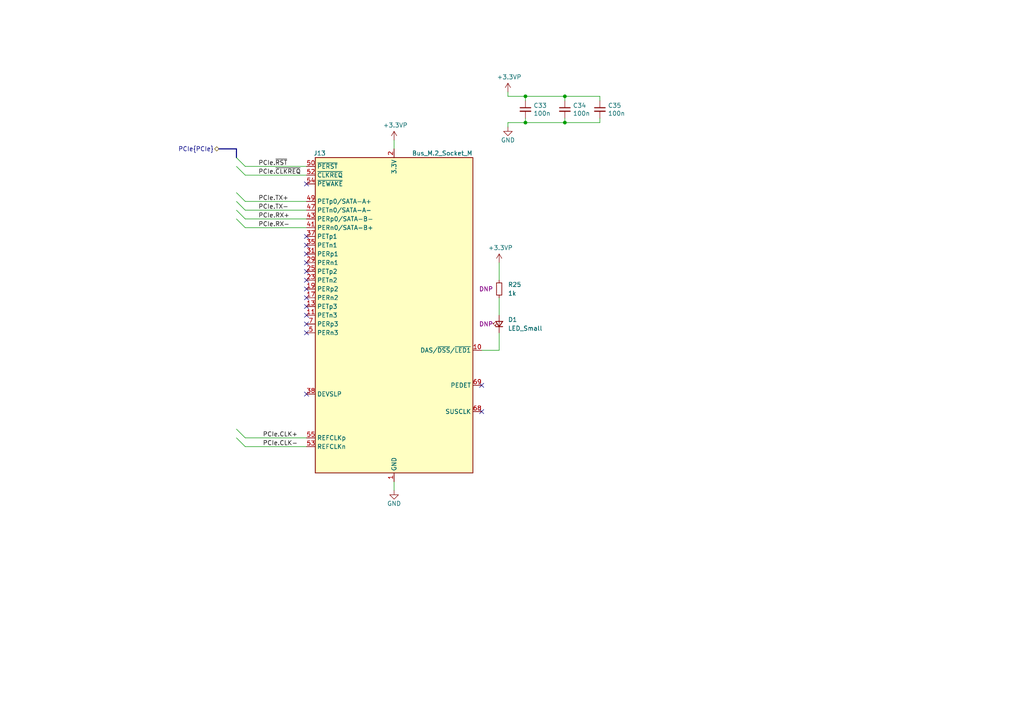
<source format=kicad_sch>
(kicad_sch (version 20210406) (generator eeschema)
  (paper "A4")
  (title_block (date "2021-01-12") (rev "0.1") (company "Nabu Casa") (comment 1 "www.nabucasa.com") (comment 2 "Light Blue"))
  (lib_symbols
    (symbol "Connector:Bus_M.2_Socket_M"
      (property "Reference" "J" (at -22.86 46.99 0))
      (property "Value" "Bus_M.2_Socket_M" (at 16.51 46.99 0))
      (symbol "Bus_M.2_Socket_M_0_1"
        (rectangle (start -22.86 45.72) (end 22.86 -45.72) (stroke (width 0.254)) (fill (type background)))
      )
      (symbol "Bus_M.2_Socket_M_1_1"
        (pin power_in line (at 0 -48.26 90) (length 2.54) (name "GND") (number "1"))
        (pin bidirectional line (at 25.4 -10.16 180) (length 2.54) (name "DAS/~DSS~/~LED1") (number "10"))
        (pin output line (at -25.4 0 0) (length 2.54) (name "PETn3") (number "11"))
        (pin passive line (at 0 48.26 270) (length 2.54) hide (name "3.3V") (number "12"))
        (pin output line (at -25.4 2.54 0) (length 2.54) (name "PETp3") (number "13"))
        (pin passive line (at 0 48.26 270) (length 2.54) hide (name "3.3V") (number "14"))
        (pin passive line (at 0 -48.26 90) (length 2.54) hide (name "GND") (number "15"))
        (pin passive line (at 0 48.26 270) (length 2.54) hide (name "3.3V") (number "16"))
        (pin input line (at -25.4 5.08 0) (length 2.54) (name "PERn2") (number "17"))
        (pin passive line (at 0 48.26 270) (length 2.54) hide (name "3.3V") (number "18"))
        (pin input line (at -25.4 7.62 0) (length 2.54) (name "PERp2") (number "19"))
        (pin power_in line (at 0 48.26 270) (length 2.54) (name "3.3V") (number "2"))
        (pin no_connect line (at 22.86 2.54 180) (length 2.54) hide (name "NC") (number "20"))
        (pin passive line (at 0 -48.26 90) (length 2.54) hide (name "GND") (number "21"))
        (pin no_connect line (at 22.86 5.08 180) (length 2.54) hide (name "NC") (number "22"))
        (pin output line (at -25.4 10.16 0) (length 2.54) (name "PETn2") (number "23"))
        (pin no_connect line (at 22.86 7.62 180) (length 2.54) hide (name "NC") (number "24"))
        (pin output line (at -25.4 12.7 0) (length 2.54) (name "PETp2") (number "25"))
        (pin no_connect line (at 22.86 10.16 180) (length 2.54) hide (name "NC") (number "26"))
        (pin passive line (at 0 -48.26 90) (length 2.54) hide (name "GND") (number "27"))
        (pin no_connect line (at 22.86 12.7 180) (length 2.54) hide (name "NC") (number "28"))
        (pin input line (at -25.4 15.24 0) (length 2.54) (name "PERn1") (number "29"))
        (pin passive line (at 0 -48.26 90) (length 2.54) hide (name "GND") (number "3"))
        (pin no_connect line (at 22.86 15.24 180) (length 2.54) hide (name "NC") (number "30"))
        (pin input line (at -25.4 17.78 0) (length 2.54) (name "PERp1") (number "31"))
        (pin no_connect line (at 22.86 17.78 180) (length 2.54) hide (name "NC") (number "32"))
        (pin passive line (at 0 -48.26 90) (length 2.54) hide (name "GND") (number "33"))
        (pin no_connect line (at 22.86 20.32 180) (length 2.54) hide (name "NC") (number "34"))
        (pin output line (at -25.4 20.32 0) (length 2.54) (name "PETn1") (number "35"))
        (pin no_connect line (at 22.86 22.86 180) (length 2.54) hide (name "NC") (number "36"))
        (pin output line (at -25.4 22.86 0) (length 2.54) (name "PETp1") (number "37"))
        (pin output line (at -25.4 -22.86 0) (length 2.54) (name "DEVSLP") (number "38"))
        (pin passive line (at 0 -48.26 90) (length 2.54) hide (name "GND") (number "39"))
        (pin passive line (at 0 48.26 270) (length 2.54) hide (name "3.3V") (number "4"))
        (pin no_connect line (at 22.86 25.4 180) (length 2.54) hide (name "NC") (number "40"))
        (pin input line (at -25.4 25.4 0) (length 2.54) (name "PERn0/SATA-B+") (number "41"))
        (pin no_connect line (at 22.86 27.94 180) (length 2.54) hide (name "NC") (number "42"))
        (pin input line (at -25.4 27.94 0) (length 2.54) (name "PERp0/SATA-B-") (number "43"))
        (pin no_connect line (at 22.86 30.48 180) (length 2.54) hide (name "NC") (number "44"))
        (pin passive line (at 0 -48.26 90) (length 2.54) hide (name "GND") (number "45"))
        (pin no_connect line (at 22.86 33.02 180) (length 2.54) hide (name "NC") (number "46"))
        (pin output line (at -25.4 30.48 0) (length 2.54) (name "PETn0/SATA-A-") (number "47"))
        (pin no_connect line (at 22.86 35.56 180) (length 2.54) hide (name "NC") (number "48"))
        (pin output line (at -25.4 33.02 0) (length 2.54) (name "PETp0/SATA-A+") (number "49"))
        (pin input line (at -25.4 -5.08 0) (length 2.54) (name "PERn3") (number "5"))
        (pin output line (at -25.4 43.18 0) (length 2.54) (name "~PERST") (number "50"))
        (pin passive line (at 0 -48.26 90) (length 2.54) hide (name "GND") (number "51"))
        (pin bidirectional line (at -25.4 40.64 0) (length 2.54) (name "~CLKREQ") (number "52"))
        (pin output line (at -25.4 -38.1 0) (length 2.54) (name "REFCLKn") (number "53"))
        (pin bidirectional line (at -25.4 38.1 0) (length 2.54) (name "~PEWAKE") (number "54"))
        (pin output line (at -25.4 -35.56 0) (length 2.54) (name "REFCLKp") (number "55"))
        (pin no_connect line (at 22.86 38.1 180) (length 2.54) hide (name "NC") (number "56"))
        (pin passive line (at 0 -48.26 90) (length 2.54) hide (name "GND") (number "57"))
        (pin no_connect line (at 22.86 40.64 180) (length 2.54) hide (name "NC") (number "58"))
        (pin no_connect line (at 22.86 -2.54 180) (length 2.54) hide (name "NC") (number "6"))
        (pin no_connect line (at 22.86 -5.08 180) (length 2.54) hide (name "NC") (number "67"))
        (pin output line (at 25.4 -27.94 180) (length 2.54) (name "SUSCLK") (number "68"))
        (pin passive line (at 25.4 -20.32 180) (length 2.54) (name "PEDET") (number "69"))
        (pin input line (at -25.4 -2.54 0) (length 2.54) (name "PERp3") (number "7"))
        (pin passive line (at 0 48.26 270) (length 2.54) hide (name "3.3V") (number "70"))
        (pin passive line (at 0 -48.26 90) (length 2.54) hide (name "GND") (number "71"))
        (pin passive line (at 0 48.26 270) (length 2.54) hide (name "3.3V") (number "72"))
        (pin passive line (at 0 -48.26 90) (length 2.54) hide (name "GND") (number "73"))
        (pin passive line (at 0 48.26 270) (length 2.54) hide (name "3.3V") (number "74"))
        (pin passive line (at 0 -48.26 90) (length 2.54) hide (name "GND") (number "75"))
        (pin no_connect line (at 22.86 0 180) (length 2.54) hide (name "NC") (number "8"))
        (pin passive line (at 0 -48.26 90) (length 2.54) hide (name "GND") (number "9"))
      )
    )
    (symbol "Device:C_Small" (pin_numbers hide) (pin_names (offset 0.254) hide)
      (property "Reference" "C" (at 0.254 1.778 0))
      (property "Value" "C_Small" (at 0.254 -2.032 0))
      (symbol "C_Small_0_1"
        (polyline (pts (xy -1.524 -0.508) (xy 1.524 -0.508)) (stroke (width 0.3302)))
        (polyline (pts (xy -1.524 0.508) (xy 1.524 0.508)) (stroke (width 0.3048)))
      )
      (symbol "C_Small_1_1"
        (pin passive line (at 0 2.54 270) (length 2.032) (name "~") (number "1"))
        (pin passive line (at 0 -2.54 90) (length 2.032) (name "~") (number "2"))
      )
    )
    (symbol "Device:LED_Small" (pin_numbers hide) (pin_names (offset 0.254) hide)
      (property "Reference" "D" (at -1.27 3.175 0))
      (property "Value" "LED_Small" (at -4.445 -2.54 0))
      (symbol "LED_Small_0_1"
        (polyline (pts (xy -0.762 -1.016) (xy -0.762 1.016)) (stroke (width 0.254)))
        (polyline (pts (xy 1.016 0) (xy -0.762 0)))
        (polyline (pts (xy 0.762 -1.016) (xy -0.762 0) (xy 0.762 1.016) (xy 0.762 -1.016)) (stroke (width 0.254)))
        (polyline (pts (xy 0 0.762) (xy -0.508 1.27) (xy -0.254 1.27) (xy -0.508 1.27) (xy -0.508 1.016)))
        (polyline (pts (xy 0.508 1.27) (xy 0 1.778) (xy 0.254 1.778) (xy 0 1.778) (xy 0 1.524)))
      )
      (symbol "LED_Small_1_1"
        (pin passive line (at -2.54 0 0) (length 1.778) (name "K") (number "1"))
        (pin passive line (at 2.54 0 180) (length 1.778) (name "A") (number "2"))
      )
    )
    (symbol "Device:R_Small" (pin_numbers hide) (pin_names (offset 0.254) hide)
      (property "Reference" "R" (at 0.762 0.508 0))
      (property "Value" "R_Small" (at 0.762 -1.016 0))
      (symbol "R_Small_0_1"
        (rectangle (start -0.762 1.778) (end 0.762 -1.778) (stroke (width 0.2032)))
      )
      (symbol "R_Small_1_1"
        (pin passive line (at 0 2.54 270) (length 0.762) (name "~") (number "1"))
        (pin passive line (at 0 -2.54 90) (length 0.762) (name "~") (number "2"))
      )
    )
    (symbol "power:+3.3VP" (power) (pin_names (offset 0))
      (property "Value" "+3.3VP" (at 0 2.54 0))
      (symbol "+3.3VP_0_0"
        (pin power_in line (at 0 0 90) (length 0) hide (name "+3.3VP") (number "1"))
      )
      (symbol "+3.3VP_0_1"
        (polyline (pts (xy -0.762 1.27) (xy 0 2.54)))
        (polyline (pts (xy 0 0) (xy 0 2.54)))
        (polyline (pts (xy 0 2.54) (xy 0.762 1.27)))
      )
    )
    (symbol "power:GND" (power) (pin_names (offset 0))
      (property "Value" "GND" (at 0 -3.81 0))
      (symbol "GND_0_1"
        (polyline (pts (xy 0 0) (xy 0 -1.27) (xy 1.27 -1.27) (xy 0 -2.54) (xy -1.27 -1.27) (xy 0 -1.27)))
      )
      (symbol "GND_1_1"
        (pin power_in line (at 0 0 270) (length 0) hide (name "GND") (number "1"))
      )
    )
  )
  (junction (at 152.4 27.94) (diameter 0.9144))
  (junction (at 152.4 35.56) (diameter 0.9144))
  (junction (at 163.83 27.94) (diameter 0.9144))
  (junction (at 163.83 35.56) (diameter 0.9144))
  (no_connect (at 88.9 53.34))
  (no_connect (at 88.9 68.58))
  (no_connect (at 88.9 71.12))
  (no_connect (at 88.9 73.66))
  (no_connect (at 88.9 76.2))
  (no_connect (at 88.9 78.74))
  (no_connect (at 88.9 81.28))
  (no_connect (at 88.9 83.82))
  (no_connect (at 88.9 86.36))
  (no_connect (at 88.9 88.9))
  (no_connect (at 88.9 91.44))
  (no_connect (at 88.9 93.98))
  (no_connect (at 88.9 96.52))
  (no_connect (at 88.9 114.3))
  (no_connect (at 139.7 111.76))
  (no_connect (at 139.7 119.38))
  (bus_entry (at 68.58 45.72) (size 2.54 2.54) (stroke (width 0.1524)))
  (bus_entry (at 68.58 48.26) (size 2.54 2.54) (stroke (width 0.1524)))
  (bus_entry (at 68.58 55.88) (size 2.54 2.54) (stroke (width 0.1524)))
  (bus_entry (at 68.58 58.42) (size 2.54 2.54) (stroke (width 0.1524)))
  (bus_entry (at 68.58 60.96) (size 2.54 2.54) (stroke (width 0.1524)))
  (bus_entry (at 68.58 63.5) (size 2.54 2.54) (stroke (width 0.1524)))
  (bus_entry (at 68.58 124.46) (size 2.54 2.54) (stroke (width 0.1524)))
  (bus_entry (at 68.58 127) (size 2.54 2.54) (stroke (width 0.1524)))
  (wire (pts (xy 71.12 48.26) (xy 88.9 48.26)))
  (wire (pts (xy 71.12 50.8) (xy 88.9 50.8)))
  (wire (pts (xy 71.12 58.42) (xy 88.9 58.42)))
  (wire (pts (xy 71.12 60.96) (xy 88.9 60.96)))
  (wire (pts (xy 71.12 63.5) (xy 88.9 63.5)))
  (wire (pts (xy 71.12 66.04) (xy 88.9 66.04)))
  (wire (pts (xy 71.12 127) (xy 88.9 127)))
  (wire (pts (xy 71.12 129.54) (xy 88.9 129.54)))
  (wire (pts (xy 114.3 40.64) (xy 114.3 43.18)))
  (wire (pts (xy 114.3 139.7) (xy 114.3 142.24)))
  (wire (pts (xy 139.7 101.6) (xy 144.78 101.6)))
  (wire (pts (xy 144.78 76.2) (xy 144.78 81.28)))
  (wire (pts (xy 144.78 86.36) (xy 144.78 91.44)))
  (wire (pts (xy 144.78 96.52) (xy 144.78 101.6)))
  (wire (pts (xy 147.32 26.67) (xy 147.32 27.94)))
  (wire (pts (xy 147.32 27.94) (xy 152.4 27.94)))
  (wire (pts (xy 147.32 35.56) (xy 147.32 36.83)))
  (wire (pts (xy 147.32 35.56) (xy 152.4 35.56)))
  (wire (pts (xy 152.4 27.94) (xy 152.4 29.21)))
  (wire (pts (xy 152.4 27.94) (xy 163.83 27.94)))
  (wire (pts (xy 152.4 34.29) (xy 152.4 35.56)))
  (wire (pts (xy 152.4 35.56) (xy 163.83 35.56)))
  (wire (pts (xy 163.83 27.94) (xy 163.83 29.21)))
  (wire (pts (xy 163.83 27.94) (xy 173.99 27.94)))
  (wire (pts (xy 163.83 34.29) (xy 163.83 35.56)))
  (wire (pts (xy 163.83 35.56) (xy 173.99 35.56)))
  (wire (pts (xy 173.99 27.94) (xy 173.99 29.21)))
  (wire (pts (xy 173.99 34.29) (xy 173.99 35.56)))
  (bus (pts (xy 63.5 43.18) (xy 68.58 43.18)))
  (bus (pts (xy 68.58 43.18) (xy 68.58 127)))
  (label "PCIe.~RST" (at 74.93 48.26 0))
  (label "PCIe.~CLKREQ" (at 74.93 50.8 0))
  (label "PCIe.TX+" (at 74.93 58.42 0))
  (label "PCIe.TX-" (at 74.93 60.96 0))
  (label "PCIe.RX+" (at 74.93 63.5 0))
  (label "PCIe.RX-" (at 74.93 66.04 0))
  (label "PCIe.CLK+" (at 76.2 127 0))
  (label "PCIe.CLK-" (at 76.2 129.54 0))
  (hierarchical_label "PCIe{PCIe}" (shape bidirectional) (at 63.5 43.18 180))
  (symbol (lib_id "power:+3.3VP") (at 114.3 40.64 0) (unit 1)
    (property "Reference" "#PWR090" (effects hide))
    (property "Value" "+3.3VP" (at 114.6683 36.3156 0))
  )
  (symbol (lib_id "power:+3.3VP") (at 144.78 76.2 0) (unit 1)
    (property "Reference" "#PWR092" (effects hide))
    (property "Value" "+3.3VP" (at 145.1483 71.8756 0))
  )
  (symbol (lib_id "power:+3.3VP") (at 147.32 26.67 0) (unit 1)
    (property "Reference" "#PWR093" (effects hide))
    (property "Value" "+3.3VP" (at 147.6883 22.3456 0))
  )
  (symbol (lib_id "power:GND") (at 114.3 142.24 0) (unit 1)
    (property "Reference" "#PWR091" (effects hide))
    (property "Value" "GND" (at 114.3 146.05 0))
  )
  (symbol (lib_id "power:GND") (at 147.32 36.83 0) (unit 1)
    (property "Reference" "#PWR094" (effects hide))
    (property "Value" "GND" (at 147.32 40.64 0))
  )
  (symbol (lib_id "Device:R_Small") (at 144.78 83.82 0) (unit 1)
    (property "Reference" "R25" (at 147.32 82.55 0) (effects (justify left)))
    (property "Value" "1k" (at 147.32 85.09 0) (effects (justify left)))
    (property "Footprint" "Resistor_SMD:R_0402_1005Metric" (effects hide))
    (property "Config" "DNP" (at 140.97 83.82 0))
  )
  (symbol (lib_id "Device:LED_Small") (at 144.78 93.98 90) (unit 1)
    (property "Reference" "D1" (at 147.32 92.71 90) (effects (justify right)))
    (property "Value" "LED_Small" (at 147.32 95.25 90) (effects (justify right)))
    (property "Footprint" "LED_SMD:LED_0603_1608Metric" (effects hide))
    (property "Config" "DNP" (at 140.97 93.98 90))
    (property "Manufacturer" "Lite-On" (effects hide))
    (property "PartNumber" "LTST-C191TBKT" (effects hide))
  )
  (symbol (lib_id "Device:C_Small") (at 152.4 31.75 0) (unit 1)
    (property "Reference" "C33" (at 154.7242 30.6006 0) (effects (justify left)))
    (property "Value" "100n" (at 154.724 32.899 0) (effects (justify left)))
    (property "Footprint" "Capacitor_SMD:C_0402_1005Metric" (effects hide))
  )
  (symbol (lib_id "Device:C_Small") (at 163.83 31.75 0) (unit 1)
    (property "Reference" "C34" (at 166.1542 30.6006 0) (effects (justify left)))
    (property "Value" "100n" (at 166.154 32.899 0) (effects (justify left)))
    (property "Footprint" "Capacitor_SMD:C_0402_1005Metric" (effects hide))
  )
  (symbol (lib_id "Device:C_Small") (at 173.99 31.75 0) (unit 1)
    (property "Reference" "C35" (at 176.3142 30.6006 0) (effects (justify left)))
    (property "Value" "100n" (at 176.314 32.899 0) (effects (justify left)))
    (property "Footprint" "Capacitor_SMD:C_0402_1005Metric" (effects hide))
  )
  (symbol (lib_id "Connector:Bus_M.2_Socket_M") (at 114.3 91.44 0) (unit 1)
    (property "Reference" "J13" (at 92.71 44.45 0))
    (property "Value" "Bus_M.2_Socket_M" (at 128.27 44.45 0))
    (property "Footprint" "LightBlue:TE_1-2199230-3_Bus_M.2_M_H4.2mm_P0.5mm_2280_Horizontal" (effects hide))
    (property "Datasheet" "http://read.pudn.com/downloads794/doc/project/3133918/PCIe_M.2_Electromechanical_Spec_Rev1.0_Final_11012013_RS_Clean.pdf#page=155" (effects hide))
    (property "Manufacturer" "TE" (effects hide))
    (property "PartNumber" "1-2199119-5" (effects hide))
  )
)
</source>
